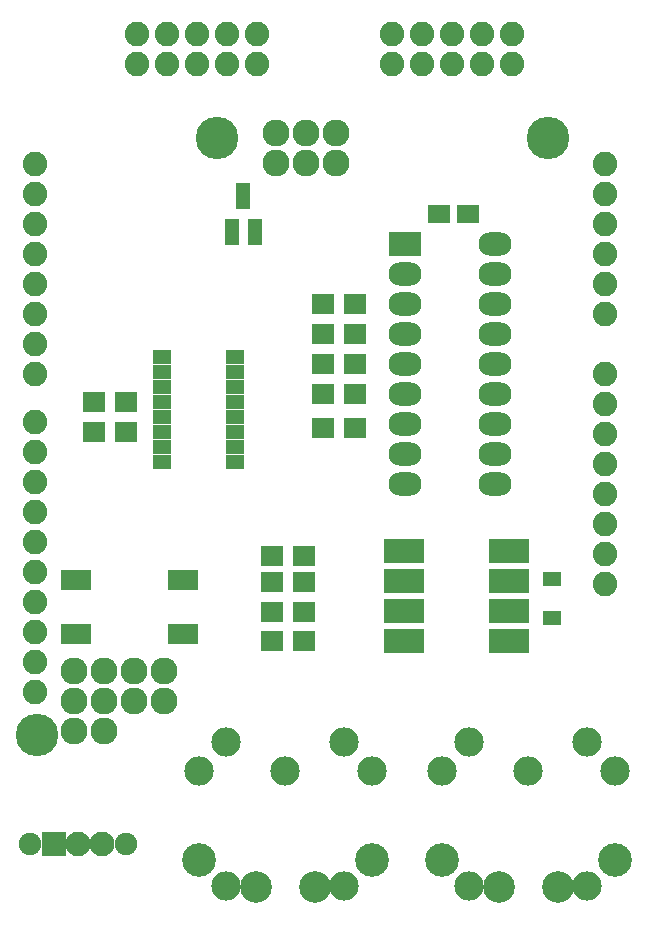
<source format=gts>
G04 #@! TF.FileFunction,Soldermask,Top*
%FSLAX46Y46*%
G04 Gerber Fmt 4.6, Leading zero omitted, Abs format (unit mm)*
G04 Created by KiCad (PCBNEW 4.0.7-e2-6376~58~ubuntu16.04.1) date Mon Aug 13 19:10:38 2018*
%MOMM*%
%LPD*%
G01*
G04 APERTURE LIST*
%ADD10C,0.100000*%
%ADD11C,2.082800*%
%ADD12R,1.650000X1.160000*%
%ADD13R,1.900000X1.650000*%
%ADD14R,1.600000X1.300000*%
%ADD15R,1.900000X1.700000*%
%ADD16R,2.500000X1.800000*%
%ADD17C,2.850000*%
%ADD18C,2.489200*%
%ADD19C,2.686000*%
%ADD20R,1.200000X2.300000*%
%ADD21R,3.500000X2.000000*%
%ADD22R,2.800000X2.000000*%
%ADD23O,2.800000X2.000000*%
%ADD24R,2.100000X2.100000*%
%ADD25C,2.100000*%
%ADD26C,1.900000*%
%ADD27C,2.279600*%
%ADD28C,3.600000*%
G04 APERTURE END LIST*
D10*
D11*
X159385000Y-41910000D03*
X159385000Y-39370000D03*
X161925000Y-41910000D03*
X161925000Y-39370000D03*
X164465000Y-41910000D03*
X164465000Y-39370000D03*
X167005000Y-41910000D03*
X167005000Y-39370000D03*
X169545000Y-41910000D03*
X169545000Y-39370000D03*
D12*
X167667000Y-75628500D03*
X161517000Y-66738500D03*
X167667000Y-74358500D03*
X161517000Y-68008500D03*
X167667000Y-73088500D03*
X161517000Y-69278500D03*
X167667000Y-71818500D03*
X161517000Y-70548500D03*
X167667000Y-70548500D03*
X161517000Y-71818500D03*
X167667000Y-69278500D03*
X161517000Y-73088500D03*
X167667000Y-68008500D03*
X161517000Y-74358500D03*
X167667000Y-66738500D03*
X161517000Y-75628500D03*
D13*
X187432000Y-54610000D03*
X184932000Y-54610000D03*
D14*
X194500500Y-88835500D03*
X194500500Y-85535500D03*
D15*
X170862000Y-88328500D03*
X173562000Y-88328500D03*
X173562000Y-83566000D03*
X170862000Y-83566000D03*
X173562000Y-85788500D03*
X170862000Y-85788500D03*
X173562000Y-90741500D03*
X170862000Y-90741500D03*
X177880000Y-64770000D03*
X175180000Y-64770000D03*
X177880000Y-67310000D03*
X175180000Y-67310000D03*
X175116500Y-62230000D03*
X177816500Y-62230000D03*
X175180000Y-72771000D03*
X177880000Y-72771000D03*
D16*
X163300000Y-85634000D03*
X163300000Y-90134000D03*
X154200000Y-90134000D03*
X154200000Y-85634000D03*
D15*
X155796000Y-73088500D03*
X158496000Y-73088500D03*
X155796000Y-70548500D03*
X158496000Y-70548500D03*
D11*
X180975000Y-41910000D03*
X180975000Y-39370000D03*
X183515000Y-41910000D03*
X183515000Y-39370000D03*
X186055000Y-41910000D03*
X186055000Y-39370000D03*
X188595000Y-41910000D03*
X188595000Y-39370000D03*
X191135000Y-41910000D03*
X191135000Y-39370000D03*
D17*
X199832000Y-109300000D03*
D18*
X199831960Y-101800660D03*
X192532000Y-101800660D03*
X185232040Y-101800660D03*
X197530720Y-99301300D03*
X187533280Y-99301300D03*
X187533280Y-111500920D03*
X197530720Y-111500920D03*
D19*
X190032000Y-111600000D03*
X195032000Y-111600000D03*
D17*
X185232000Y-109300000D03*
X179258000Y-109300000D03*
D18*
X179257960Y-101800660D03*
X171958000Y-101800660D03*
X164658040Y-101800660D03*
X176956720Y-99301300D03*
X166959280Y-99301300D03*
X166959280Y-111500920D03*
X176956720Y-111500920D03*
D19*
X169458000Y-111600000D03*
X174458000Y-111600000D03*
D17*
X164658000Y-109300000D03*
D20*
X167452000Y-56110000D03*
X169352000Y-56110000D03*
X168402000Y-53110000D03*
D15*
X175180000Y-69850000D03*
X177880000Y-69850000D03*
D21*
X190881000Y-90741500D03*
X181991000Y-83121500D03*
X190881000Y-88201500D03*
X181991000Y-85661500D03*
X190881000Y-85661500D03*
X181991000Y-88201500D03*
X190881000Y-83121500D03*
X181991000Y-90741500D03*
D22*
X182118000Y-57150000D03*
D23*
X189738000Y-77470000D03*
X182118000Y-59690000D03*
X189738000Y-74930000D03*
X182118000Y-62230000D03*
X189738000Y-72390000D03*
X182118000Y-64770000D03*
X189738000Y-69850000D03*
X182118000Y-67310000D03*
X189738000Y-67310000D03*
X182118000Y-69850000D03*
X189738000Y-64770000D03*
X182118000Y-72390000D03*
X189738000Y-62230000D03*
X182118000Y-74930000D03*
X189738000Y-59690000D03*
X182118000Y-77470000D03*
X189738000Y-57150000D03*
D24*
X152400000Y-107950000D03*
D25*
X154400000Y-107950000D03*
X156400000Y-107950000D03*
D26*
X150300000Y-107950000D03*
X158500000Y-107950000D03*
D27*
X176253500Y-47723000D03*
X176253500Y-50263000D03*
X173713500Y-47723000D03*
X173713500Y-50263000D03*
X171173500Y-47723000D03*
X171173500Y-50263000D03*
D11*
X199050000Y-78330000D03*
X199050000Y-75790000D03*
X199050000Y-63090000D03*
X199050000Y-60550000D03*
X199050000Y-58010000D03*
X199050000Y-55470000D03*
X199050000Y-52930000D03*
X199050000Y-50390000D03*
X150790000Y-90014000D03*
X150790000Y-55470000D03*
X150790000Y-58010000D03*
X150790000Y-60550000D03*
X150790000Y-63090000D03*
X150790000Y-65630000D03*
X150790000Y-68170000D03*
X150790000Y-72234000D03*
X150790000Y-74774000D03*
X150790000Y-77314000D03*
X150790000Y-79854000D03*
X150790000Y-82394000D03*
X150790000Y-84934000D03*
X199050000Y-73250000D03*
X199050000Y-70710000D03*
X150790000Y-87474000D03*
X199050000Y-83410000D03*
X199050000Y-85950000D03*
X199050000Y-80870000D03*
X150790000Y-50390000D03*
X150790000Y-95094000D03*
X150790000Y-92554000D03*
X150790000Y-52930000D03*
X199050000Y-68170000D03*
D27*
X154092000Y-93316000D03*
X156632000Y-93316000D03*
X159172000Y-93316000D03*
X161712000Y-93316000D03*
X154092000Y-95856000D03*
X156632000Y-95856000D03*
X159172000Y-95856000D03*
X161712000Y-95856000D03*
X154092000Y-98396000D03*
X156632000Y-98396000D03*
D28*
X150900000Y-98744000D03*
X166140000Y-48144000D03*
X194190000Y-48144000D03*
M02*

</source>
